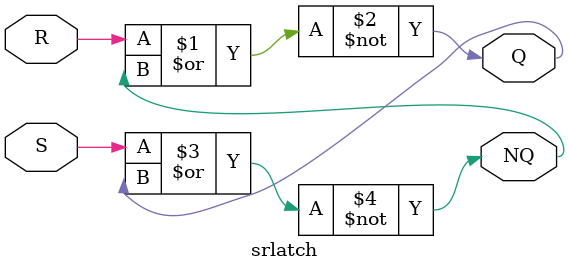
<source format=v>
module srlatch(
    input S,
    input R,
    output Q,
    output NQ
    

);

    assign Q = ~(R | NQ);
    assign NQ = ~(S | Q);
    
endmodule 
</source>
